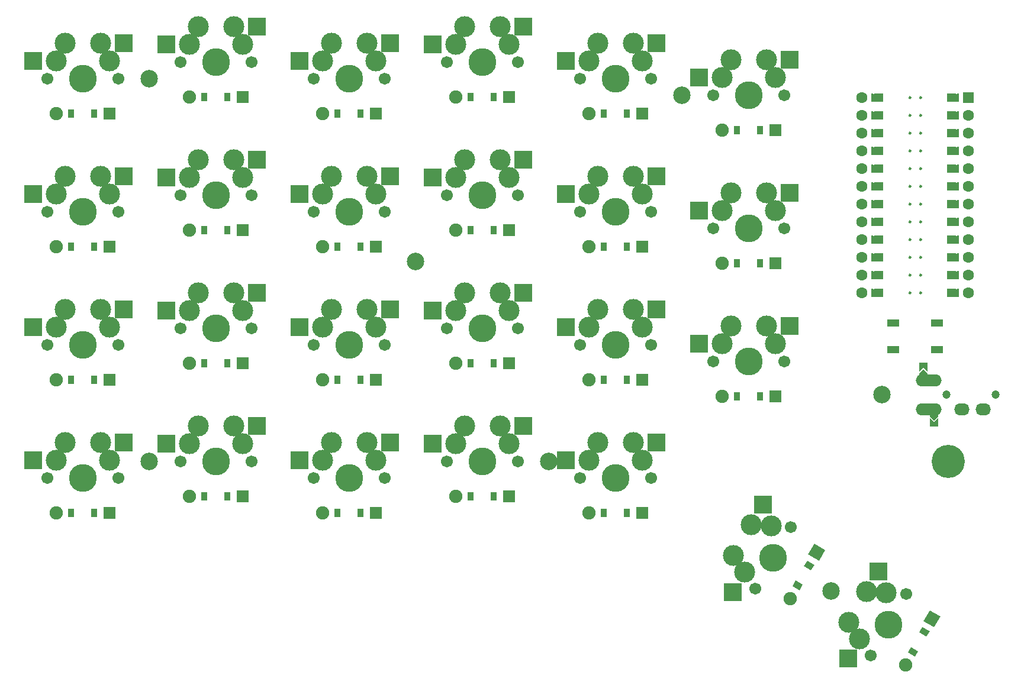
<source format=gbs>
%TF.GenerationSoftware,KiCad,Pcbnew,(5.1.9)-1*%
%TF.CreationDate,2021-08-27T08:52:58-07:00*%
%TF.ProjectId,small,736d616c-6c2e-46b6-9963-61645f706362,VERSION_HERE*%
%TF.SameCoordinates,Original*%
%TF.FileFunction,Soldermask,Bot*%
%TF.FilePolarity,Negative*%
%FSLAX46Y46*%
G04 Gerber Fmt 4.6, Leading zero omitted, Abs format (unit mm)*
G04 Created by KiCad (PCBNEW (5.1.9)-1) date 2021-08-27 08:52:58*
%MOMM*%
%LPD*%
G01*
G04 APERTURE LIST*
%ADD10C,0.100000*%
%ADD11C,0.250000*%
%ADD12O,3.700000X1.700000*%
%ADD13C,1.200000*%
%ADD14O,2.200000X1.700000*%
%ADD15R,1.700000X1.000000*%
%ADD16R,1.600000X1.600000*%
%ADD17C,1.600000*%
%ADD18R,0.900000X1.200000*%
%ADD19C,1.905000*%
%ADD20R,1.778000X1.778000*%
%ADD21C,4.750000*%
%ADD22C,2.500000*%
%ADD23C,3.987800*%
%ADD24C,1.701800*%
%ADD25C,3.000000*%
%ADD26R,2.550000X2.500000*%
G04 APERTURE END LIST*
D10*
%TO.C,MCU1*%
G36*
X264001840Y-104584880D02*
G01*
X264001840Y-105600880D01*
X262985840Y-105600880D01*
X262985840Y-104584880D01*
X264001840Y-104584880D01*
G37*
X264001840Y-104584880D02*
X264001840Y-105600880D01*
X262985840Y-105600880D01*
X262985840Y-104584880D01*
X264001840Y-104584880D01*
G36*
X264001840Y-107124880D02*
G01*
X264001840Y-108140880D01*
X262985840Y-108140880D01*
X262985840Y-107124880D01*
X264001840Y-107124880D01*
G37*
X264001840Y-107124880D02*
X264001840Y-108140880D01*
X262985840Y-108140880D01*
X262985840Y-107124880D01*
X264001840Y-107124880D01*
G36*
X264001840Y-109664880D02*
G01*
X264001840Y-110680880D01*
X262985840Y-110680880D01*
X262985840Y-109664880D01*
X264001840Y-109664880D01*
G37*
X264001840Y-109664880D02*
X264001840Y-110680880D01*
X262985840Y-110680880D01*
X262985840Y-109664880D01*
X264001840Y-109664880D01*
G36*
X264001840Y-112204880D02*
G01*
X264001840Y-113220880D01*
X262985840Y-113220880D01*
X262985840Y-112204880D01*
X264001840Y-112204880D01*
G37*
X264001840Y-112204880D02*
X264001840Y-113220880D01*
X262985840Y-113220880D01*
X262985840Y-112204880D01*
X264001840Y-112204880D01*
G36*
X264001840Y-114744880D02*
G01*
X264001840Y-115760880D01*
X262985840Y-115760880D01*
X262985840Y-114744880D01*
X264001840Y-114744880D01*
G37*
X264001840Y-114744880D02*
X264001840Y-115760880D01*
X262985840Y-115760880D01*
X262985840Y-114744880D01*
X264001840Y-114744880D01*
G36*
X264001840Y-117284880D02*
G01*
X264001840Y-118300880D01*
X262985840Y-118300880D01*
X262985840Y-117284880D01*
X264001840Y-117284880D01*
G37*
X264001840Y-117284880D02*
X264001840Y-118300880D01*
X262985840Y-118300880D01*
X262985840Y-117284880D01*
X264001840Y-117284880D01*
G36*
X264001840Y-119824880D02*
G01*
X264001840Y-120840880D01*
X262985840Y-120840880D01*
X262985840Y-119824880D01*
X264001840Y-119824880D01*
G37*
X264001840Y-119824880D02*
X264001840Y-120840880D01*
X262985840Y-120840880D01*
X262985840Y-119824880D01*
X264001840Y-119824880D01*
G36*
X264001840Y-122364880D02*
G01*
X264001840Y-123380880D01*
X262985840Y-123380880D01*
X262985840Y-122364880D01*
X264001840Y-122364880D01*
G37*
X264001840Y-122364880D02*
X264001840Y-123380880D01*
X262985840Y-123380880D01*
X262985840Y-122364880D01*
X264001840Y-122364880D01*
G36*
X264001840Y-124904880D02*
G01*
X264001840Y-125920880D01*
X262985840Y-125920880D01*
X262985840Y-124904880D01*
X264001840Y-124904880D01*
G37*
X264001840Y-124904880D02*
X264001840Y-125920880D01*
X262985840Y-125920880D01*
X262985840Y-124904880D01*
X264001840Y-124904880D01*
G36*
X264001840Y-127444880D02*
G01*
X264001840Y-128460880D01*
X262985840Y-128460880D01*
X262985840Y-127444880D01*
X264001840Y-127444880D01*
G37*
X264001840Y-127444880D02*
X264001840Y-128460880D01*
X262985840Y-128460880D01*
X262985840Y-127444880D01*
X264001840Y-127444880D01*
G36*
X264001840Y-129984880D02*
G01*
X264001840Y-131000880D01*
X262985840Y-131000880D01*
X262985840Y-129984880D01*
X264001840Y-129984880D01*
G37*
X264001840Y-129984880D02*
X264001840Y-131000880D01*
X262985840Y-131000880D01*
X262985840Y-129984880D01*
X264001840Y-129984880D01*
G36*
X264001840Y-132524880D02*
G01*
X264001840Y-133540880D01*
X262985840Y-133540880D01*
X262985840Y-132524880D01*
X264001840Y-132524880D01*
G37*
X264001840Y-132524880D02*
X264001840Y-133540880D01*
X262985840Y-133540880D01*
X262985840Y-132524880D01*
X264001840Y-132524880D01*
G36*
X274161840Y-105600880D02*
G01*
X274161840Y-104584880D01*
X275177840Y-104584880D01*
X275177840Y-105600880D01*
X274161840Y-105600880D01*
G37*
X274161840Y-105600880D02*
X274161840Y-104584880D01*
X275177840Y-104584880D01*
X275177840Y-105600880D01*
X274161840Y-105600880D01*
G36*
X274161840Y-108140880D02*
G01*
X274161840Y-107124880D01*
X275177840Y-107124880D01*
X275177840Y-108140880D01*
X274161840Y-108140880D01*
G37*
X274161840Y-108140880D02*
X274161840Y-107124880D01*
X275177840Y-107124880D01*
X275177840Y-108140880D01*
X274161840Y-108140880D01*
G36*
X274161840Y-110680880D02*
G01*
X274161840Y-109664880D01*
X275177840Y-109664880D01*
X275177840Y-110680880D01*
X274161840Y-110680880D01*
G37*
X274161840Y-110680880D02*
X274161840Y-109664880D01*
X275177840Y-109664880D01*
X275177840Y-110680880D01*
X274161840Y-110680880D01*
G36*
X274161840Y-113220880D02*
G01*
X274161840Y-112204880D01*
X275177840Y-112204880D01*
X275177840Y-113220880D01*
X274161840Y-113220880D01*
G37*
X274161840Y-113220880D02*
X274161840Y-112204880D01*
X275177840Y-112204880D01*
X275177840Y-113220880D01*
X274161840Y-113220880D01*
G36*
X274161840Y-115760880D02*
G01*
X274161840Y-114744880D01*
X275177840Y-114744880D01*
X275177840Y-115760880D01*
X274161840Y-115760880D01*
G37*
X274161840Y-115760880D02*
X274161840Y-114744880D01*
X275177840Y-114744880D01*
X275177840Y-115760880D01*
X274161840Y-115760880D01*
G36*
X274161840Y-118300880D02*
G01*
X274161840Y-117284880D01*
X275177840Y-117284880D01*
X275177840Y-118300880D01*
X274161840Y-118300880D01*
G37*
X274161840Y-118300880D02*
X274161840Y-117284880D01*
X275177840Y-117284880D01*
X275177840Y-118300880D01*
X274161840Y-118300880D01*
G36*
X274161840Y-120840880D02*
G01*
X274161840Y-119824880D01*
X275177840Y-119824880D01*
X275177840Y-120840880D01*
X274161840Y-120840880D01*
G37*
X274161840Y-120840880D02*
X274161840Y-119824880D01*
X275177840Y-119824880D01*
X275177840Y-120840880D01*
X274161840Y-120840880D01*
G36*
X274161840Y-123380880D02*
G01*
X274161840Y-122364880D01*
X275177840Y-122364880D01*
X275177840Y-123380880D01*
X274161840Y-123380880D01*
G37*
X274161840Y-123380880D02*
X274161840Y-122364880D01*
X275177840Y-122364880D01*
X275177840Y-123380880D01*
X274161840Y-123380880D01*
G36*
X274161840Y-125920880D02*
G01*
X274161840Y-124904880D01*
X275177840Y-124904880D01*
X275177840Y-125920880D01*
X274161840Y-125920880D01*
G37*
X274161840Y-125920880D02*
X274161840Y-124904880D01*
X275177840Y-124904880D01*
X275177840Y-125920880D01*
X274161840Y-125920880D01*
G36*
X274161840Y-128460880D02*
G01*
X274161840Y-127444880D01*
X275177840Y-127444880D01*
X275177840Y-128460880D01*
X274161840Y-128460880D01*
G37*
X274161840Y-128460880D02*
X274161840Y-127444880D01*
X275177840Y-127444880D01*
X275177840Y-128460880D01*
X274161840Y-128460880D01*
G36*
X274161840Y-131000880D02*
G01*
X274161840Y-129984880D01*
X275177840Y-129984880D01*
X275177840Y-131000880D01*
X274161840Y-131000880D01*
G37*
X274161840Y-131000880D02*
X274161840Y-129984880D01*
X275177840Y-129984880D01*
X275177840Y-131000880D01*
X274161840Y-131000880D01*
G36*
X274161840Y-133540880D02*
G01*
X274161840Y-132524880D01*
X275177840Y-132524880D01*
X275177840Y-133540880D01*
X274161840Y-133540880D01*
G37*
X274161840Y-133540880D02*
X274161840Y-132524880D01*
X275177840Y-132524880D01*
X275177840Y-133540880D01*
X274161840Y-133540880D01*
D11*
X269968840Y-105092880D02*
G75*
G03*
X269968840Y-105092880I-125000J0D01*
G01*
X268444840Y-105092880D02*
G75*
G03*
X268444840Y-105092880I-125000J0D01*
G01*
X268444840Y-107632880D02*
G75*
G03*
X268444840Y-107632880I-125000J0D01*
G01*
X269968840Y-107632880D02*
G75*
G03*
X269968840Y-107632880I-125000J0D01*
G01*
X269968840Y-110172880D02*
G75*
G03*
X269968840Y-110172880I-125000J0D01*
G01*
X268444840Y-110172880D02*
G75*
G03*
X268444840Y-110172880I-125000J0D01*
G01*
X269968840Y-112712880D02*
G75*
G03*
X269968840Y-112712880I-125000J0D01*
G01*
X268444840Y-112712880D02*
G75*
G03*
X268444840Y-112712880I-125000J0D01*
G01*
X269968840Y-115252880D02*
G75*
G03*
X269968840Y-115252880I-125000J0D01*
G01*
X268444840Y-115252880D02*
G75*
G03*
X268444840Y-115252880I-125000J0D01*
G01*
X269968840Y-117792880D02*
G75*
G03*
X269968840Y-117792880I-125000J0D01*
G01*
X268444840Y-117792880D02*
G75*
G03*
X268444840Y-117792880I-125000J0D01*
G01*
X269968840Y-120332880D02*
G75*
G03*
X269968840Y-120332880I-125000J0D01*
G01*
X268444840Y-120332880D02*
G75*
G03*
X268444840Y-120332880I-125000J0D01*
G01*
X269968840Y-122872880D02*
G75*
G03*
X269968840Y-122872880I-125000J0D01*
G01*
X268444840Y-122872880D02*
G75*
G03*
X268444840Y-122872880I-125000J0D01*
G01*
X269968840Y-125412880D02*
G75*
G03*
X269968840Y-125412880I-125000J0D01*
G01*
X268444840Y-125412880D02*
G75*
G03*
X268444840Y-125412880I-125000J0D01*
G01*
X269968840Y-127952880D02*
G75*
G03*
X269968840Y-127952880I-125000J0D01*
G01*
X268444840Y-127952880D02*
G75*
G03*
X268444840Y-127952880I-125000J0D01*
G01*
X269968840Y-130492880D02*
G75*
G03*
X269968840Y-130492880I-125000J0D01*
G01*
X268444840Y-130492880D02*
G75*
G03*
X268444840Y-130492880I-125000J0D01*
G01*
X269968840Y-133032880D02*
G75*
G03*
X269968840Y-133032880I-125000J0D01*
G01*
X268444840Y-133032880D02*
G75*
G03*
X268444840Y-133032880I-125000J0D01*
G01*
%TD*%
D10*
%TO.C,TRRS1*%
G36*
X272381840Y-150739880D02*
G01*
X271781840Y-151339880D01*
X271181840Y-150739880D01*
X271181840Y-150439880D01*
X272381840Y-150439880D01*
X272381840Y-150739880D01*
G37*
G36*
X269681840Y-144535880D02*
G01*
X270281840Y-143935880D01*
X270881840Y-144535880D01*
X270881840Y-144835880D01*
X269681840Y-144835880D01*
X269681840Y-144535880D01*
G37*
D12*
X271031840Y-149737880D03*
D10*
G36*
X272381840Y-152205880D02*
G01*
X271181840Y-152205880D01*
X271181840Y-150955880D01*
X271781840Y-151555880D01*
X272381840Y-150955880D01*
X272381840Y-152205880D01*
G37*
G36*
X269681840Y-143069880D02*
G01*
X270881840Y-143069880D01*
X270881840Y-144319880D01*
X270281840Y-143719880D01*
X269681840Y-144319880D01*
X269681840Y-143069880D01*
G37*
D13*
X280581840Y-147637880D03*
X273581840Y-147637880D03*
D12*
X271031840Y-145537880D03*
D14*
X275781840Y-149737880D03*
X278781840Y-149737880D03*
D13*
X273581840Y-147637880D03*
X280581840Y-147637880D03*
%TD*%
D15*
%TO.C,REF\u002A\u002A*%
X272232380Y-137403710D03*
X265932380Y-137403710D03*
X272232380Y-141203710D03*
X265932380Y-141203710D03*
%TD*%
D10*
%TO.C,MCU1*%
G36*
X275123840Y-133632880D02*
G01*
X274523840Y-133032880D01*
X275123840Y-132432880D01*
X275323840Y-132432880D01*
X275323840Y-133632880D01*
X275123840Y-133632880D01*
G37*
G36*
X273657840Y-133632880D02*
G01*
X273657840Y-132432880D01*
X274907840Y-132432880D01*
X274307840Y-133032880D01*
X274907840Y-133632880D01*
X273657840Y-133632880D01*
G37*
G36*
X275123840Y-131092880D02*
G01*
X274523840Y-130492880D01*
X275123840Y-129892880D01*
X275323840Y-129892880D01*
X275323840Y-131092880D01*
X275123840Y-131092880D01*
G37*
G36*
X273657840Y-131092880D02*
G01*
X273657840Y-129892880D01*
X274907840Y-129892880D01*
X274307840Y-130492880D01*
X274907840Y-131092880D01*
X273657840Y-131092880D01*
G37*
G36*
X275123840Y-128552880D02*
G01*
X274523840Y-127952880D01*
X275123840Y-127352880D01*
X275323840Y-127352880D01*
X275323840Y-128552880D01*
X275123840Y-128552880D01*
G37*
G36*
X273657840Y-128552880D02*
G01*
X273657840Y-127352880D01*
X274907840Y-127352880D01*
X274307840Y-127952880D01*
X274907840Y-128552880D01*
X273657840Y-128552880D01*
G37*
G36*
X275123840Y-126012880D02*
G01*
X274523840Y-125412880D01*
X275123840Y-124812880D01*
X275323840Y-124812880D01*
X275323840Y-126012880D01*
X275123840Y-126012880D01*
G37*
G36*
X273657840Y-126012880D02*
G01*
X273657840Y-124812880D01*
X274907840Y-124812880D01*
X274307840Y-125412880D01*
X274907840Y-126012880D01*
X273657840Y-126012880D01*
G37*
G36*
X275123840Y-123472880D02*
G01*
X274523840Y-122872880D01*
X275123840Y-122272880D01*
X275323840Y-122272880D01*
X275323840Y-123472880D01*
X275123840Y-123472880D01*
G37*
G36*
X273657840Y-123472880D02*
G01*
X273657840Y-122272880D01*
X274907840Y-122272880D01*
X274307840Y-122872880D01*
X274907840Y-123472880D01*
X273657840Y-123472880D01*
G37*
G36*
X275123840Y-120932880D02*
G01*
X274523840Y-120332880D01*
X275123840Y-119732880D01*
X275323840Y-119732880D01*
X275323840Y-120932880D01*
X275123840Y-120932880D01*
G37*
G36*
X273657840Y-120932880D02*
G01*
X273657840Y-119732880D01*
X274907840Y-119732880D01*
X274307840Y-120332880D01*
X274907840Y-120932880D01*
X273657840Y-120932880D01*
G37*
G36*
X275123840Y-118392880D02*
G01*
X274523840Y-117792880D01*
X275123840Y-117192880D01*
X275323840Y-117192880D01*
X275323840Y-118392880D01*
X275123840Y-118392880D01*
G37*
G36*
X273657840Y-118392880D02*
G01*
X273657840Y-117192880D01*
X274907840Y-117192880D01*
X274307840Y-117792880D01*
X274907840Y-118392880D01*
X273657840Y-118392880D01*
G37*
G36*
X275123840Y-115852880D02*
G01*
X274523840Y-115252880D01*
X275123840Y-114652880D01*
X275323840Y-114652880D01*
X275323840Y-115852880D01*
X275123840Y-115852880D01*
G37*
G36*
X273657840Y-115852880D02*
G01*
X273657840Y-114652880D01*
X274907840Y-114652880D01*
X274307840Y-115252880D01*
X274907840Y-115852880D01*
X273657840Y-115852880D01*
G37*
G36*
X275123840Y-113312880D02*
G01*
X274523840Y-112712880D01*
X275123840Y-112112880D01*
X275323840Y-112112880D01*
X275323840Y-113312880D01*
X275123840Y-113312880D01*
G37*
G36*
X273657840Y-113312880D02*
G01*
X273657840Y-112112880D01*
X274907840Y-112112880D01*
X274307840Y-112712880D01*
X274907840Y-113312880D01*
X273657840Y-113312880D01*
G37*
G36*
X275123840Y-110772880D02*
G01*
X274523840Y-110172880D01*
X275123840Y-109572880D01*
X275323840Y-109572880D01*
X275323840Y-110772880D01*
X275123840Y-110772880D01*
G37*
G36*
X273657840Y-110772880D02*
G01*
X273657840Y-109572880D01*
X274907840Y-109572880D01*
X274307840Y-110172880D01*
X274907840Y-110772880D01*
X273657840Y-110772880D01*
G37*
G36*
X275123840Y-108232880D02*
G01*
X274523840Y-107632880D01*
X275123840Y-107032880D01*
X275323840Y-107032880D01*
X275323840Y-108232880D01*
X275123840Y-108232880D01*
G37*
G36*
X273657840Y-108232880D02*
G01*
X273657840Y-107032880D01*
X274907840Y-107032880D01*
X274307840Y-107632880D01*
X274907840Y-108232880D01*
X273657840Y-108232880D01*
G37*
G36*
X273657840Y-105692880D02*
G01*
X273657840Y-104492880D01*
X274907840Y-104492880D01*
X274307840Y-105092880D01*
X274907840Y-105692880D01*
X273657840Y-105692880D01*
G37*
G36*
X275123840Y-105692880D02*
G01*
X274523840Y-105092880D01*
X275123840Y-104492880D01*
X275323840Y-104492880D01*
X275323840Y-105692880D01*
X275123840Y-105692880D01*
G37*
G36*
X264505840Y-132432880D02*
G01*
X264505840Y-133632880D01*
X263255840Y-133632880D01*
X263855840Y-133032880D01*
X263255840Y-132432880D01*
X264505840Y-132432880D01*
G37*
G36*
X263039840Y-132432880D02*
G01*
X263639840Y-133032880D01*
X263039840Y-133632880D01*
X262839840Y-133632880D01*
X262839840Y-132432880D01*
X263039840Y-132432880D01*
G37*
G36*
X264505840Y-129892880D02*
G01*
X264505840Y-131092880D01*
X263255840Y-131092880D01*
X263855840Y-130492880D01*
X263255840Y-129892880D01*
X264505840Y-129892880D01*
G37*
G36*
X263039840Y-129892880D02*
G01*
X263639840Y-130492880D01*
X263039840Y-131092880D01*
X262839840Y-131092880D01*
X262839840Y-129892880D01*
X263039840Y-129892880D01*
G37*
G36*
X264505840Y-127352880D02*
G01*
X264505840Y-128552880D01*
X263255840Y-128552880D01*
X263855840Y-127952880D01*
X263255840Y-127352880D01*
X264505840Y-127352880D01*
G37*
G36*
X263039840Y-127352880D02*
G01*
X263639840Y-127952880D01*
X263039840Y-128552880D01*
X262839840Y-128552880D01*
X262839840Y-127352880D01*
X263039840Y-127352880D01*
G37*
G36*
X264505840Y-124812880D02*
G01*
X264505840Y-126012880D01*
X263255840Y-126012880D01*
X263855840Y-125412880D01*
X263255840Y-124812880D01*
X264505840Y-124812880D01*
G37*
G36*
X263039840Y-124812880D02*
G01*
X263639840Y-125412880D01*
X263039840Y-126012880D01*
X262839840Y-126012880D01*
X262839840Y-124812880D01*
X263039840Y-124812880D01*
G37*
G36*
X264505840Y-122272880D02*
G01*
X264505840Y-123472880D01*
X263255840Y-123472880D01*
X263855840Y-122872880D01*
X263255840Y-122272880D01*
X264505840Y-122272880D01*
G37*
G36*
X263039840Y-122272880D02*
G01*
X263639840Y-122872880D01*
X263039840Y-123472880D01*
X262839840Y-123472880D01*
X262839840Y-122272880D01*
X263039840Y-122272880D01*
G37*
G36*
X264505840Y-119732880D02*
G01*
X264505840Y-120932880D01*
X263255840Y-120932880D01*
X263855840Y-120332880D01*
X263255840Y-119732880D01*
X264505840Y-119732880D01*
G37*
G36*
X263039840Y-119732880D02*
G01*
X263639840Y-120332880D01*
X263039840Y-120932880D01*
X262839840Y-120932880D01*
X262839840Y-119732880D01*
X263039840Y-119732880D01*
G37*
G36*
X264505840Y-117192880D02*
G01*
X264505840Y-118392880D01*
X263255840Y-118392880D01*
X263855840Y-117792880D01*
X263255840Y-117192880D01*
X264505840Y-117192880D01*
G37*
G36*
X263039840Y-117192880D02*
G01*
X263639840Y-117792880D01*
X263039840Y-118392880D01*
X262839840Y-118392880D01*
X262839840Y-117192880D01*
X263039840Y-117192880D01*
G37*
G36*
X264505840Y-114652880D02*
G01*
X264505840Y-115852880D01*
X263255840Y-115852880D01*
X263855840Y-115252880D01*
X263255840Y-114652880D01*
X264505840Y-114652880D01*
G37*
G36*
X263039840Y-114652880D02*
G01*
X263639840Y-115252880D01*
X263039840Y-115852880D01*
X262839840Y-115852880D01*
X262839840Y-114652880D01*
X263039840Y-114652880D01*
G37*
G36*
X264505840Y-112112880D02*
G01*
X264505840Y-113312880D01*
X263255840Y-113312880D01*
X263855840Y-112712880D01*
X263255840Y-112112880D01*
X264505840Y-112112880D01*
G37*
G36*
X263039840Y-112112880D02*
G01*
X263639840Y-112712880D01*
X263039840Y-113312880D01*
X262839840Y-113312880D01*
X262839840Y-112112880D01*
X263039840Y-112112880D01*
G37*
G36*
X264505840Y-109572880D02*
G01*
X264505840Y-110772880D01*
X263255840Y-110772880D01*
X263855840Y-110172880D01*
X263255840Y-109572880D01*
X264505840Y-109572880D01*
G37*
G36*
X263039840Y-109572880D02*
G01*
X263639840Y-110172880D01*
X263039840Y-110772880D01*
X262839840Y-110772880D01*
X262839840Y-109572880D01*
X263039840Y-109572880D01*
G37*
G36*
X264505840Y-107032880D02*
G01*
X264505840Y-108232880D01*
X263255840Y-108232880D01*
X263855840Y-107632880D01*
X263255840Y-107032880D01*
X264505840Y-107032880D01*
G37*
G36*
X263039840Y-107032880D02*
G01*
X263639840Y-107632880D01*
X263039840Y-108232880D01*
X262839840Y-108232880D01*
X262839840Y-107032880D01*
X263039840Y-107032880D01*
G37*
G36*
X263039840Y-104492880D02*
G01*
X263639840Y-105092880D01*
X263039840Y-105692880D01*
X262839840Y-105692880D01*
X262839840Y-104492880D01*
X263039840Y-104492880D01*
G37*
G36*
X264505840Y-104492880D02*
G01*
X264505840Y-105692880D01*
X263255840Y-105692880D01*
X263855840Y-105092880D01*
X263255840Y-104492880D01*
X264505840Y-104492880D01*
G37*
D16*
X276701840Y-105092880D03*
D17*
X276701840Y-105092880D03*
X276701840Y-107632880D03*
X276701840Y-110172880D03*
X276701840Y-112712880D03*
X276701840Y-115252880D03*
X276701840Y-117792880D03*
X276701840Y-120332880D03*
X276701840Y-122872880D03*
X276701840Y-125412880D03*
X276701840Y-127952880D03*
X276701840Y-130492880D03*
X276701840Y-133032880D03*
X261461840Y-133032880D03*
X261461840Y-130492880D03*
X261461840Y-127952880D03*
X261461840Y-125412880D03*
X261461840Y-122872880D03*
X261461840Y-120332880D03*
X261461840Y-117792880D03*
X261461840Y-115252880D03*
X261461840Y-112712880D03*
X261461840Y-110172880D03*
X261461840Y-107632880D03*
X261461840Y-105092880D03*
%TD*%
D18*
%TO.C,D7*%
X148369340Y-107394130D03*
X151669340Y-107394130D03*
D19*
X146209340Y-107394130D03*
D20*
X153829340Y-107394130D03*
%TD*%
D18*
%TO.C,D1*%
X148369340Y-164544130D03*
X151669340Y-164544130D03*
D19*
X146209340Y-164544130D03*
D20*
X153829340Y-164544130D03*
%TD*%
D18*
%TO.C,D3*%
X148369340Y-145494130D03*
X151669340Y-145494130D03*
D19*
X146209340Y-145494130D03*
D20*
X153829340Y-145494130D03*
%TD*%
D18*
%TO.C,D5*%
X148369340Y-126444130D03*
X151669340Y-126444130D03*
D19*
X146209340Y-126444130D03*
D20*
X153829340Y-126444130D03*
%TD*%
D18*
%TO.C,D9*%
X167419340Y-162162880D03*
X170719340Y-162162880D03*
D19*
X165259340Y-162162880D03*
D20*
X172879340Y-162162880D03*
%TD*%
D18*
%TO.C,D11*%
X167419340Y-143112880D03*
X170719340Y-143112880D03*
D19*
X165259340Y-143112880D03*
D20*
X172879340Y-143112880D03*
%TD*%
D18*
%TO.C,D13*%
X167419340Y-124062880D03*
X170719340Y-124062880D03*
D19*
X165259340Y-124062880D03*
D20*
X172879340Y-124062880D03*
%TD*%
D18*
%TO.C,D15*%
X167419340Y-105012880D03*
X170719340Y-105012880D03*
D19*
X165259340Y-105012880D03*
D20*
X172879340Y-105012880D03*
%TD*%
D18*
%TO.C,D17*%
X186469340Y-164544130D03*
X189769340Y-164544130D03*
D19*
X184309340Y-164544130D03*
D20*
X191929340Y-164544130D03*
%TD*%
D18*
%TO.C,D19*%
X186469340Y-145494130D03*
X189769340Y-145494130D03*
D19*
X184309340Y-145494130D03*
D20*
X191929340Y-145494130D03*
%TD*%
D18*
%TO.C,D21*%
X186469340Y-126444130D03*
X189769340Y-126444130D03*
D19*
X184309340Y-126444130D03*
D20*
X191929340Y-126444130D03*
%TD*%
D18*
%TO.C,D23*%
X186469340Y-107394130D03*
X189769340Y-107394130D03*
D19*
X184309340Y-107394130D03*
D20*
X191929340Y-107394130D03*
%TD*%
D18*
%TO.C,D25*%
X205519340Y-162162880D03*
X208819340Y-162162880D03*
D19*
X203359340Y-162162880D03*
D20*
X210979340Y-162162880D03*
%TD*%
D18*
%TO.C,D27*%
X205519340Y-143112880D03*
X208819340Y-143112880D03*
D19*
X203359340Y-143112880D03*
D20*
X210979340Y-143112880D03*
%TD*%
D18*
%TO.C,D29*%
X205519340Y-124062880D03*
X208819340Y-124062880D03*
D19*
X203359340Y-124062880D03*
D20*
X210979340Y-124062880D03*
%TD*%
D18*
%TO.C,D31*%
X205519340Y-105012880D03*
X208819340Y-105012880D03*
D19*
X203359340Y-105012880D03*
D20*
X210979340Y-105012880D03*
%TD*%
D18*
%TO.C,D33*%
X224569340Y-164544130D03*
X227869340Y-164544130D03*
D19*
X222409340Y-164544130D03*
D20*
X230029340Y-164544130D03*
%TD*%
D18*
%TO.C,D35*%
X224569340Y-145494130D03*
X227869340Y-145494130D03*
D19*
X222409340Y-145494130D03*
D20*
X230029340Y-145494130D03*
%TD*%
D18*
%TO.C,D37*%
X224569340Y-126444130D03*
X227869340Y-126444130D03*
D19*
X222409340Y-126444130D03*
D20*
X230029340Y-126444130D03*
%TD*%
D18*
%TO.C,D39*%
X224569340Y-107394130D03*
X227869340Y-107394130D03*
D19*
X222409340Y-107394130D03*
D20*
X230029340Y-107394130D03*
%TD*%
D18*
%TO.C,D41*%
X243619340Y-147875380D03*
X246919340Y-147875380D03*
D19*
X241459340Y-147875380D03*
D20*
X249079340Y-147875380D03*
%TD*%
D18*
%TO.C,D43*%
X243619340Y-128825380D03*
X246919340Y-128825380D03*
D19*
X241459340Y-128825380D03*
D20*
X249079340Y-128825380D03*
%TD*%
D18*
%TO.C,D45*%
X243619340Y-109775380D03*
X246919340Y-109775380D03*
D19*
X241459340Y-109775380D03*
D20*
X249079340Y-109775380D03*
%TD*%
D10*
%TO.C,D47*%
G36*
X268464028Y-183747523D02*
G01*
X269503258Y-184347523D01*
X269053258Y-185126945D01*
X268014028Y-184526945D01*
X268464028Y-183747523D01*
G37*
G36*
X270114028Y-180889639D02*
G01*
X271153258Y-181489639D01*
X270703258Y-182269061D01*
X269664028Y-181669061D01*
X270114028Y-180889639D01*
G37*
D19*
X267678643Y-186307849D03*
D10*
G36*
X271163246Y-178494338D02*
G01*
X272703040Y-179383338D01*
X271814040Y-180923132D01*
X270274246Y-180034132D01*
X271163246Y-178494338D01*
G37*
%TD*%
%TO.C,D49*%
G36*
X251966244Y-174222523D02*
G01*
X253005474Y-174822523D01*
X252555474Y-175601945D01*
X251516244Y-175001945D01*
X251966244Y-174222523D01*
G37*
G36*
X253616244Y-171364639D02*
G01*
X254655474Y-171964639D01*
X254205474Y-172744061D01*
X253166244Y-172144061D01*
X253616244Y-171364639D01*
G37*
D19*
X251180859Y-176782849D03*
D10*
G36*
X254665462Y-168969338D02*
G01*
X256205256Y-169858338D01*
X255316256Y-171398132D01*
X253776462Y-170509132D01*
X254665462Y-168969338D01*
G37*
%TD*%
D21*
%TO.C,Ref\u002A\u002A*%
X273844900Y-157163160D03*
%TD*%
D22*
%TO.C,REF\u002A\u002A*%
X264319860Y-147638120D03*
%TD*%
%TO.C,REF\u002A\u002A*%
X257005014Y-175746162D03*
%TD*%
%TO.C,REF\u002A\u002A*%
X235744740Y-104775440D03*
%TD*%
%TO.C,REF\u002A\u002A*%
X216694660Y-157163160D03*
%TD*%
%TO.C,REF\u002A\u002A*%
X197644580Y-128588040D03*
%TD*%
%TO.C,REF\u002A\u002A*%
X159544420Y-157163160D03*
%TD*%
%TO.C,REF\u002A\u002A*%
X159544420Y-102394180D03*
%TD*%
D23*
%TO.C,S1*%
X150019340Y-159544130D03*
D24*
X155099340Y-159544130D03*
X144939340Y-159544130D03*
D25*
X152559340Y-154464130D03*
X146209340Y-157004130D03*
D26*
X142934340Y-157004130D03*
X155861340Y-154464130D03*
D25*
X147479340Y-154464130D03*
X153829340Y-157004130D03*
%TD*%
D23*
%TO.C,S2*%
X150019340Y-140494130D03*
D24*
X155099340Y-140494130D03*
X144939340Y-140494130D03*
D25*
X152559340Y-135414130D03*
X146209340Y-137954130D03*
D26*
X142934340Y-137954130D03*
X155861340Y-135414130D03*
D25*
X147479340Y-135414130D03*
X153829340Y-137954130D03*
%TD*%
D23*
%TO.C,S3*%
X150019340Y-121444130D03*
D24*
X155099340Y-121444130D03*
X144939340Y-121444130D03*
D25*
X152559340Y-116364130D03*
X146209340Y-118904130D03*
D26*
X142934340Y-118904130D03*
X155861340Y-116364130D03*
D25*
X147479340Y-116364130D03*
X153829340Y-118904130D03*
%TD*%
D23*
%TO.C,S4*%
X150019340Y-102394130D03*
D24*
X155099340Y-102394130D03*
X144939340Y-102394130D03*
D25*
X152559340Y-97314130D03*
X146209340Y-99854130D03*
D26*
X142934340Y-99854130D03*
X155861340Y-97314130D03*
D25*
X147479340Y-97314130D03*
X153829340Y-99854130D03*
%TD*%
D23*
%TO.C,S5*%
X169069340Y-157162880D03*
D24*
X174149340Y-157162880D03*
X163989340Y-157162880D03*
D25*
X171609340Y-152082880D03*
X165259340Y-154622880D03*
D26*
X161984340Y-154622880D03*
X174911340Y-152082880D03*
D25*
X166529340Y-152082880D03*
X172879340Y-154622880D03*
%TD*%
D23*
%TO.C,S6*%
X169069340Y-138112880D03*
D24*
X174149340Y-138112880D03*
X163989340Y-138112880D03*
D25*
X171609340Y-133032880D03*
X165259340Y-135572880D03*
D26*
X161984340Y-135572880D03*
X174911340Y-133032880D03*
D25*
X166529340Y-133032880D03*
X172879340Y-135572880D03*
%TD*%
D23*
%TO.C,S7*%
X169069340Y-119063000D03*
D24*
X174149340Y-119063000D03*
X163989340Y-119063000D03*
D25*
X171609340Y-113983000D03*
X165259340Y-116523000D03*
D26*
X161984340Y-116523000D03*
X174911340Y-113983000D03*
D25*
X166529340Y-113983000D03*
X172879340Y-116523000D03*
%TD*%
D23*
%TO.C,S8*%
X169069340Y-100012880D03*
D24*
X174149340Y-100012880D03*
X163989340Y-100012880D03*
D25*
X171609340Y-94932880D03*
X165259340Y-97472880D03*
D26*
X161984340Y-97472880D03*
X174911340Y-94932880D03*
D25*
X166529340Y-94932880D03*
X172879340Y-97472880D03*
%TD*%
D23*
%TO.C,S9*%
X188119340Y-159544130D03*
D24*
X193199340Y-159544130D03*
X183039340Y-159544130D03*
D25*
X190659340Y-154464130D03*
X184309340Y-157004130D03*
D26*
X181034340Y-157004130D03*
X193961340Y-154464130D03*
D25*
X185579340Y-154464130D03*
X191929340Y-157004130D03*
%TD*%
D23*
%TO.C,S10*%
X188119340Y-140494130D03*
D24*
X193199340Y-140494130D03*
X183039340Y-140494130D03*
D25*
X190659340Y-135414130D03*
X184309340Y-137954130D03*
D26*
X181034340Y-137954130D03*
X193961340Y-135414130D03*
D25*
X185579340Y-135414130D03*
X191929340Y-137954130D03*
%TD*%
D23*
%TO.C,S11*%
X188119340Y-121444130D03*
D24*
X193199340Y-121444130D03*
X183039340Y-121444130D03*
D25*
X190659340Y-116364130D03*
X184309340Y-118904130D03*
D26*
X181034340Y-118904130D03*
X193961340Y-116364130D03*
D25*
X185579340Y-116364130D03*
X191929340Y-118904130D03*
%TD*%
D23*
%TO.C,S12*%
X188119340Y-102394130D03*
D24*
X193199340Y-102394130D03*
X183039340Y-102394130D03*
D25*
X190659340Y-97314130D03*
X184309340Y-99854130D03*
D26*
X181034340Y-99854130D03*
X193961340Y-97314130D03*
D25*
X185579340Y-97314130D03*
X191929340Y-99854130D03*
%TD*%
D23*
%TO.C,S13*%
X207169340Y-157162880D03*
D24*
X212249340Y-157162880D03*
X202089340Y-157162880D03*
D25*
X209709340Y-152082880D03*
X203359340Y-154622880D03*
D26*
X200084340Y-154622880D03*
X213011340Y-152082880D03*
D25*
X204629340Y-152082880D03*
X210979340Y-154622880D03*
%TD*%
D23*
%TO.C,S14*%
X207169340Y-138112880D03*
D24*
X212249340Y-138112880D03*
X202089340Y-138112880D03*
D25*
X209709340Y-133032880D03*
X203359340Y-135572880D03*
D26*
X200084340Y-135572880D03*
X213011340Y-133032880D03*
D25*
X204629340Y-133032880D03*
X210979340Y-135572880D03*
%TD*%
D23*
%TO.C,S15*%
X207169340Y-119062880D03*
D24*
X212249340Y-119062880D03*
X202089340Y-119062880D03*
D25*
X209709340Y-113982880D03*
X203359340Y-116522880D03*
D26*
X200084340Y-116522880D03*
X213011340Y-113982880D03*
D25*
X204629340Y-113982880D03*
X210979340Y-116522880D03*
%TD*%
D23*
%TO.C,S16*%
X207169340Y-100012880D03*
D24*
X212249340Y-100012880D03*
X202089340Y-100012880D03*
D25*
X209709340Y-94932880D03*
X203359340Y-97472880D03*
D26*
X200084340Y-97472880D03*
X213011340Y-94932880D03*
D25*
X204629340Y-94932880D03*
X210979340Y-97472880D03*
%TD*%
D23*
%TO.C,S17*%
X226219340Y-159544130D03*
D24*
X231299340Y-159544130D03*
X221139340Y-159544130D03*
D25*
X228759340Y-154464130D03*
X222409340Y-157004130D03*
D26*
X219134340Y-157004130D03*
X232061340Y-154464130D03*
D25*
X223679340Y-154464130D03*
X230029340Y-157004130D03*
%TD*%
D23*
%TO.C,S18*%
X226219340Y-140494130D03*
D24*
X231299340Y-140494130D03*
X221139340Y-140494130D03*
D25*
X228759340Y-135414130D03*
X222409340Y-137954130D03*
D26*
X219134340Y-137954130D03*
X232061340Y-135414130D03*
D25*
X223679340Y-135414130D03*
X230029340Y-137954130D03*
%TD*%
D23*
%TO.C,S19*%
X226219340Y-121444130D03*
D24*
X231299340Y-121444130D03*
X221139340Y-121444130D03*
D25*
X228759340Y-116364130D03*
X222409340Y-118904130D03*
D26*
X219134340Y-118904130D03*
X232061340Y-116364130D03*
D25*
X223679340Y-116364130D03*
X230029340Y-118904130D03*
%TD*%
D23*
%TO.C,S20*%
X226219340Y-102394130D03*
D24*
X231299340Y-102394130D03*
X221139340Y-102394130D03*
D25*
X228759340Y-97314130D03*
X222409340Y-99854130D03*
D26*
X219134340Y-99854130D03*
X232061340Y-97314130D03*
D25*
X223679340Y-97314130D03*
X230029340Y-99854130D03*
%TD*%
D23*
%TO.C,S21*%
X245269340Y-142875380D03*
D24*
X250349340Y-142875380D03*
X240189340Y-142875380D03*
D25*
X247809340Y-137795380D03*
X241459340Y-140335380D03*
D26*
X238184340Y-140335380D03*
X251111340Y-137795380D03*
D25*
X242729340Y-137795380D03*
X249079340Y-140335380D03*
%TD*%
D23*
%TO.C,S22*%
X245269340Y-123825380D03*
D24*
X250349340Y-123825380D03*
X240189340Y-123825380D03*
D25*
X247809340Y-118745380D03*
X241459340Y-121285380D03*
D26*
X238184340Y-121285380D03*
X251111340Y-118745380D03*
D25*
X242729340Y-118745380D03*
X249079340Y-121285380D03*
%TD*%
D23*
%TO.C,S23*%
X245269340Y-104775380D03*
D24*
X250349340Y-104775380D03*
X240189340Y-104775380D03*
D25*
X247809340Y-99695380D03*
X241459340Y-102235380D03*
D26*
X238184340Y-102235380D03*
X251111340Y-99695380D03*
D25*
X242729340Y-99695380D03*
X249079340Y-102235380D03*
%TD*%
D23*
%TO.C,S24*%
X265253516Y-180508292D03*
D24*
X267793516Y-176108883D03*
X262713516Y-184907701D03*
D25*
X262124107Y-175768587D03*
X261148811Y-182537849D03*
D26*
X259511311Y-185374082D03*
X263775107Y-172908972D03*
D25*
X259584107Y-180167997D03*
X264958811Y-175938735D03*
%TD*%
D23*
%TO.C,S25*%
X248755732Y-170983292D03*
D24*
X251295732Y-166583883D03*
X246215732Y-175382701D03*
D25*
X245626323Y-166243587D03*
X244651027Y-173012849D03*
D26*
X243013527Y-175849082D03*
X247277323Y-163383972D03*
D25*
X243086323Y-170642997D03*
X248461027Y-166413735D03*
%TD*%
M02*

</source>
